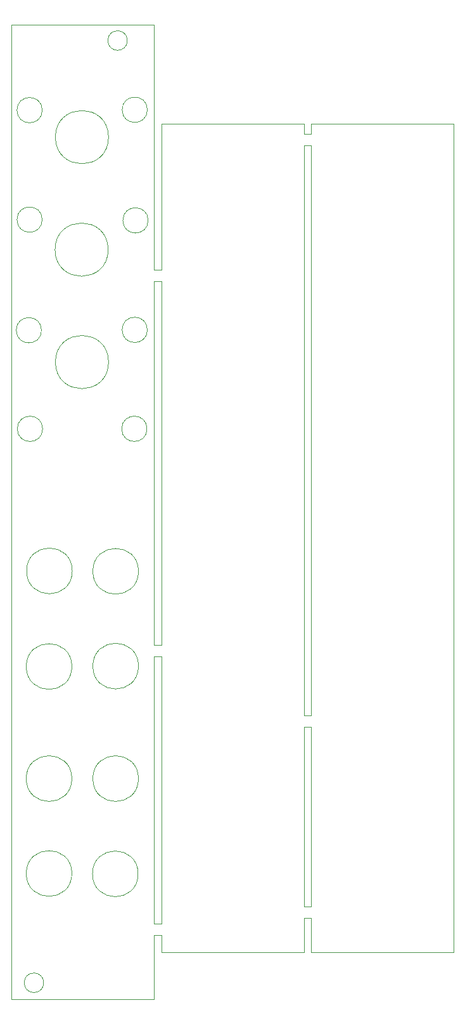
<source format=gbr>
%TF.GenerationSoftware,KiCad,Pcbnew,5.1.8*%
%TF.CreationDate,2020-11-17T21:54:47+01:00*%
%TF.ProjectId,kompas,6b6f6d70-6173-42e6-9b69-6361645f7063,rev?*%
%TF.SameCoordinates,Original*%
%TF.FileFunction,Profile,NP*%
%FSLAX46Y46*%
G04 Gerber Fmt 4.6, Leading zero omitted, Abs format (unit mm)*
G04 Created by KiCad (PCBNEW 5.1.8) date 2020-11-17 21:54:47*
%MOMM*%
%LPD*%
G01*
G04 APERTURE LIST*
%TA.AperFunction,Profile*%
%ADD10C,0.050000*%
%TD*%
G04 APERTURE END LIST*
D10*
X73182000Y-152654000D02*
G75*
G03*
X73182000Y-152654000I-1300000J0D01*
G01*
X84358000Y-26994000D02*
G75*
G03*
X84358000Y-26994000I-1300000J0D01*
G01*
X87898352Y-57588149D02*
X87898815Y-24879829D01*
X88898352Y-57588149D02*
X88900000Y-38100000D01*
X88898352Y-59088149D02*
X88898815Y-107629829D01*
X87898815Y-107629829D02*
X87898352Y-59088149D01*
X88898352Y-57588149D02*
X87898352Y-57588149D01*
X87898352Y-59088149D02*
X88898352Y-59088149D01*
X87898815Y-144779829D02*
X87898815Y-109129829D01*
X88898815Y-109129829D02*
X88898815Y-144779829D01*
X88898815Y-107629829D02*
X87898815Y-107629829D01*
X87898815Y-109129829D02*
X88898815Y-109129829D01*
X87898815Y-146279829D02*
X87898815Y-154879829D01*
X88898815Y-146279829D02*
X88900000Y-148590000D01*
X88898815Y-144779829D02*
X87898815Y-144779829D01*
X87898815Y-146279829D02*
X88898815Y-146279829D01*
X107955247Y-143993988D02*
X108955247Y-143993988D01*
X85798815Y-138129829D02*
G75*
G03*
X85798815Y-138129829I-3050000J0D01*
G01*
X76948815Y-138079829D02*
G75*
G03*
X76948815Y-138079829I-3050000J0D01*
G01*
X85848815Y-125429829D02*
G75*
G03*
X85848815Y-125429829I-3050000J0D01*
G01*
X76948815Y-125429829D02*
G75*
G03*
X76948815Y-125429829I-3050000J0D01*
G01*
X76948815Y-110479829D02*
G75*
G03*
X76948815Y-110479829I-3050000J0D01*
G01*
X85848815Y-110429829D02*
G75*
G03*
X85848815Y-110429829I-3050000J0D01*
G01*
X85848815Y-97779829D02*
G75*
G03*
X85848815Y-97779829I-3050000J0D01*
G01*
X76998815Y-97729829D02*
G75*
G03*
X76998815Y-97729829I-3050000J0D01*
G01*
X87135528Y-50979829D02*
G75*
G03*
X87135528Y-50979829I-1686713J0D01*
G01*
X87035528Y-36229829D02*
G75*
G03*
X87035528Y-36229829I-1686713J0D01*
G01*
X72985528Y-36279829D02*
G75*
G03*
X72985528Y-36279829I-1686713J0D01*
G01*
X72985528Y-50879829D02*
G75*
G03*
X72985528Y-50879829I-1686713J0D01*
G01*
X87035528Y-65579829D02*
G75*
G03*
X87035528Y-65579829I-1686713J0D01*
G01*
X86985528Y-78779829D02*
G75*
G03*
X86985528Y-78779829I-1686713J0D01*
G01*
X73035528Y-78779829D02*
G75*
G03*
X73035528Y-78779829I-1686713J0D01*
G01*
X72885528Y-65629829D02*
G75*
G03*
X72885528Y-65629829I-1686713J0D01*
G01*
X81848815Y-69879829D02*
G75*
G03*
X81848815Y-69879829I-3550000J0D01*
G01*
X81798815Y-54879829D02*
G75*
G03*
X81798815Y-54879829I-3550000J0D01*
G01*
X81848815Y-39879829D02*
G75*
G03*
X81848815Y-39879829I-3550000J0D01*
G01*
X68848815Y-154879829D02*
X87898815Y-154879829D01*
X68848815Y-24879829D02*
X87898815Y-24879829D01*
X68848815Y-24879829D02*
X68848815Y-154879829D01*
X108955247Y-40993988D02*
X107955247Y-40993988D01*
X108955247Y-142493988D02*
X107955247Y-142493988D01*
X108955247Y-116993988D02*
X107955247Y-116993988D01*
X107955247Y-118493988D02*
X108955247Y-118493988D01*
X108955247Y-45493988D02*
X108955247Y-116993988D01*
X107955247Y-116993988D02*
X107955247Y-45493988D01*
X108955247Y-118493988D02*
X108955247Y-142493988D01*
X107955247Y-142493988D02*
X107955247Y-118493988D01*
X108455247Y-39493988D02*
X108955247Y-39493988D01*
X108955247Y-43993988D02*
X108955247Y-45493988D01*
X107955247Y-43993988D02*
X107955247Y-45493988D01*
X107955247Y-143993988D02*
X107950000Y-148590000D01*
X107955247Y-40993988D02*
X107955247Y-43993988D01*
X107950000Y-38100000D02*
X107955247Y-39493988D01*
X108955247Y-39493988D02*
X108955247Y-38093988D01*
X108955247Y-43993988D02*
X108955247Y-40993988D01*
X108955247Y-148583988D02*
X108955247Y-143993988D01*
X108455247Y-39493988D02*
X107955247Y-39493988D01*
X128005247Y-38093988D02*
X108955247Y-38093988D01*
X108955247Y-148583988D02*
X128005247Y-148583988D01*
X128005247Y-148583988D02*
X128005247Y-38093988D01*
X107950000Y-38100000D02*
X88900000Y-38100000D01*
X88900000Y-148590000D02*
X107950000Y-148590000D01*
M02*

</source>
